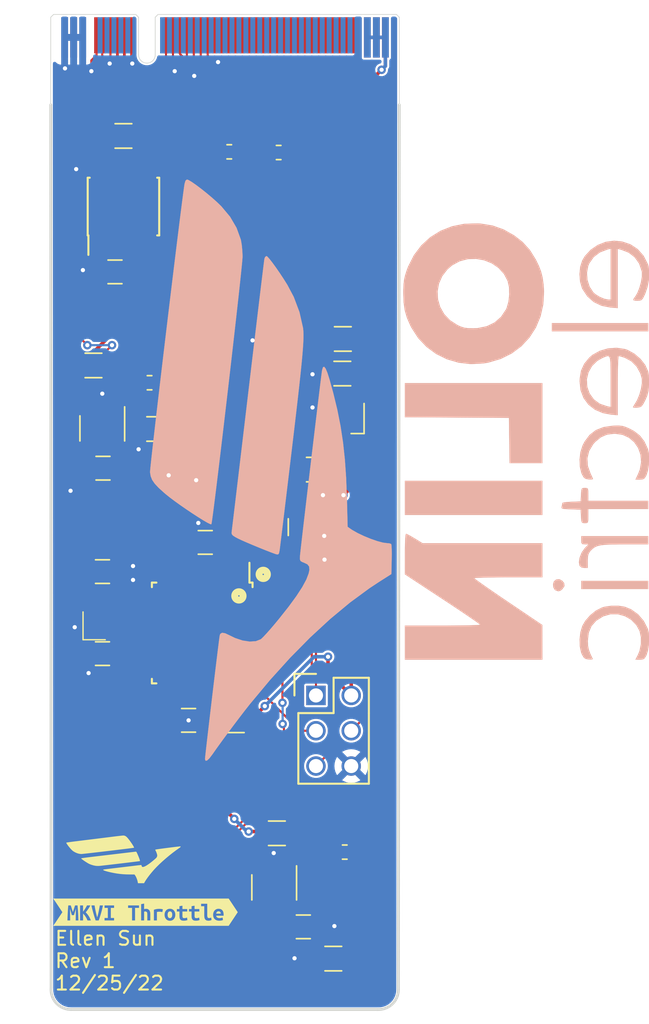
<source format=kicad_pcb>
(kicad_pcb (version 20211014) (generator pcbnew)
  (layers (0 "F.Cu" signal) (31 "B.Cu" signal) (34 "B.Paste" user) (35 "F.Paste" user) (36 "B.SilkS" user "B.Silkscreen") (37 "F.SilkS" user "F.Silkscreen") (38 "B.Mask" user) (39 "F.Mask" user) (44 "Edge.Cuts" user))
  (net 0 "")
  (net 1 "GND")
  (net 2 "+5V")
  (net 3 "Net-(C4-Pad1)")
  (net 4 "Net-(C5-Pad1)")
  (net 5 "Net-(C6-Pad1)")
  (net 6 "Net-(D1-Pad2)")
  (net 7 "/INPUT_THROTTLE_1")
  (net 8 "/INPUT_THROTTLE_2")
  (net 9 "/THROTTLE_1+")
  (net 10 "/THROTTLE_2+")
  (net 11 "/CAN_+")
  (net 12 "/CAN_-")
  (net 13 "/SS_INERTIA_SWITCH")
  (net 68 "/Microcontroller/MISO")
  (net 69 "/Microcontroller/SCK")
  (net 70 "/Microcontroller/MOSI")
  (net 71 "/Microcontroller/RESET")
  (net 72 "/ Shutdown Sense Inertial Switch/SS_INERTIA_OUTPUT")
  (net 73 "/Microcontroller/OUTPUT_THROTTLE_1")
  (net 74 "Net-(R2-Pad2)")
  (net 75 "/Microcontroller/OUTPUT_THROTTLE_2")
  (net 76 "Net-(R5-Pad2)")
  (net 78 "/Microcontroller/CAN_TX")
  (net 79 "/Microcontroller/CAN_RX")
  (footprint "footprints:R_0805_OEM" (layer "F.Cu") (at 121.051 92.369)
    (fp_text reference "R4")
    (fp_text value "R_1M" hide)
  )
  (footprint "footprints:SOT-23-5_OEM" (layer "F.Cu") (at 121.686 96.898 -90)
    (fp_text reference "U2")
    (fp_text value "MCP6001" hide)
  )
  (footprint "footprints:C_0805_OEM" (layer "F.Cu") (at 129.1 105.1 180)
    (fp_text reference "C3")
    (fp_text value "0.1uF" hide)
  )
  (footprint "footprints:C_0805_OEM" (layer "F.Cu") (at 121.7 113.1 180)
    (fp_text reference "C5")
    (fp_text value "C_30pF" hide)
  )
  (footprint "footprints:R_0805_OEM" (layer "F.Cu") (at 134.2 104 -90)
    (fp_text reference "R13")
    (fp_text value "R_10K" hide)
  )
  (footprint "footprints:R_0805_OEM" (layer "F.Cu") (at 138.323 135.041 180)
    (fp_text reference "R3")
    (fp_text value "R_2.2K" hide)
  )
  (footprint "footprints:R_0805_OEM" (layer "F.Cu") (at 139.0088 90.464)
    (fp_text reference "R7")
    (fp_text value "R_1K" hide)
  )
  (footprint "footprints:C_0805_OEM" (layer "F.Cu") (at 121.7 107.2)
    (fp_text reference "C6")
    (fp_text value "C_30pF" hide)
  )
  (footprint "footprints:R_0603_1608Metric" (layer "F.Cu") (at 134.386 77.0528 180)
    (fp_text reference "R11")
    (fp_text value "R_0")
  )
  (footprint "footprints:R_0805_OEM" (layer "F.Cu") (at 123.21 75.859)
    (fp_text reference "R14")
    (fp_text value "R_120_DNP" hide)
  )
  (footprint "footprints:R_0805_OEM" (layer "F.Cu") (at 138.9732 92.9532 180)
    (fp_text reference "R8")
    (fp_text value "R_100K" hide)
  )
  (footprint "footprints:R_0603_1608Metric" (layer "F.Cu") (at 130.83 77.002 180)
    (fp_text reference "R10")
    (fp_text value "R_0")
  )
  (footprint "OEM:oem_logo_10mm" (layer "F.Cu") (at 123.3 127.9)
    (fp_text reference "G***" hide)
    (fp_text value "LOGO" hide)
  )
  (footprint "footprints:SOT-23-5_OEM" (layer "F.Cu") (at 134.066 129.918 -90)
    (fp_text reference "U1")
    (fp_text value "MCP6001" hide)
  )
  (footprint "footprints:SOT-23F" (layer "F.Cu") (at 138.958 96.5092 -90)
    (fp_text reference "Q1")
    (fp_text value "SSM3K333R" hide)
  )
  (footprint "footprints:SOIC-8_3.9x4.9mm_Pitch1.27mm_OEM" (layer "F.Cu") (at 123.21 80.939 90)
    (fp_text reference "U4")
    (fp_text value "MAX33011EASA" hide)
  )
  (footprint "footprints:R_0603_1608Metric" (layer "F.Cu") (at 125.0896 93.6136)
    (fp_text reference "R5")
    (fp_text value "R_0")
  )
  (footprint "footprints:R_0805_OEM" (layer "F.Cu") (at 134.259 126.024)
    (fp_text reference "R1")
    (fp_text value "R_1M" hide)
  )
  (footprint "footprints:C_0805_OEM" (layer "F.Cu") (at 127.9 117.9)
    (fp_text reference "C4")
    (fp_text value "C_100pF" hide)
  )
  (footprint "footprints:R_0805_OEM" (layer "F.Cu") (at 125.496 96.941 180)
    (fp_text reference "R6")
    (fp_text value "R_2.2K" hide)
  )
  (footprint "footprints:C_0805_OEM" (layer "F.Cu") (at 122.6004 85.638 180)
    (fp_text reference "C7")
    (fp_text value "0.1uF" hide)
  )
  (footprint "footprints:Pin_Header_Straight_2x03" (layer "F.Cu") (at 137.0734 116.108)
    (fp_text reference "J2")
    (fp_text value "CONN_02x03" hide)
  )
  (footprint "footprints:Crystal_SMD_FA238" (layer "F.Cu") (at 121.9 110.1 90)
    (fp_text reference "Y1")
    (fp_text value "Crystal_16MHz_18pF" hide)
  )
  (footprint "footprints:R_0603_1608Metric" (layer "F.Cu") (at 139.146 127.378)
    (fp_text reference "R2")
    (fp_text value "R_0")
  )
  (footprint "footprints:LED_0805_OEM" (layer "F.Cu") (at 134.9624 90.5656)
    (fp_text reference "D1")
    (fp_text value "LED_0805" hide)
  )
  (footprint "footprints:C_0805_OEM" (layer "F.Cu") (at 136.164 132.755)
    (fp_text reference "C1")
    (fp_text value "0.1uF" hide)
  )
  (footprint "footprints:TQFP-32_7x7mm_Pitch0.8mm" (layer "F.Cu") (at 128.8824 111.6156 -90)
    (fp_text reference "U3")
    (fp_text value "ATMEGA16M1" hide)
  )
  (footprint "footprints:Automotive_M.2_Edge_Connector" (layer "F.Cu") (at 130.524 67.12)
    (fp_text reference "J1")
    (fp_text value "Automotive_M.2_Edge_Connector" hide)
    (fp_line (start 12.55 0.2) (end 12.55 6.5) (layer "Edge.Cuts") (width 0.05))
    (fp_line (start -6.225 0.2) (end -6.425 0) (layer "Edge.Cuts") (width 0.05))
    (fp_line (start -12.35 0) (end -6.425 0) (layer "Edge.Cuts") (width 0.05))
    (fp_line (start -12.55 0.2) (end -12.35 0) (layer "Edge.Cuts") (width 0.05))
    (fp_line (start -4.825 0) (end 12.35 0) (layer "Edge.Cuts") (width 0.05))
    (fp_line (start -5.025 0.2) (end -4.825 0) (layer "Edge.Cuts") (width 0.05))
    (fp_line (start -5.025 2.9) (end -5.025 0.2) (layer "Edge.Cuts") (width 0.05))
    (fp_line (start -12.55 0.2) (end -12.55 6.5) (layer "Edge.Cuts") (width 0.05))
    (fp_line (start 12.55 0.2) (end 12.35 0) (layer "Edge.Cuts") (width 0.05))
    (fp_line (start -6.225 2.9) (end -6.225 0.2) (layer "Edge.Cuts") (width 0.05))
    (fp_arc (start -5.025 2.9) (mid -5.625 3.5) (end -6.225 2.9) (layer "Edge.Cuts") (width 0.05))
  )
  (footprint "kibuzzard-63A88E8E" (layer "F.Cu") (at 124.8 131.7)
    (fp_text reference "kibuzzard-63A88E8E" hide)
    (fp_text value "G***" hide)
  )
  (footprint "footprints:R_0805_OEM" (layer "F.Cu") (at 131.3 117.9 180)
    (fp_text reference "R12")
    (fp_text value "R_100" hide)
  )
  (footprint "footprints:R_0805_OEM" (layer "F.Cu") (at 136.992 99.862)
    (fp_text reference "R9")
    (fp_text value "R_10K" hide)
  )
  (footprint "footprints:C_0805_OEM" (layer "F.Cu") (at 121.7368 99.7604 180)
    (fp_text reference "C2")
    (fp_text value "0.1uF" hide)
  )
  (footprint "footprints:OE_Logo_ft" (layer "B.Cu") (at 141.783537 96.519393 -90)
    (fp_text reference "G***" hide)
    (fp_text value "LOGO" hide)
  )
  (gr_arc (start 119.45 138.7) (mid 118.381625 138.246221) (end 118 137.15) (layer "Edge.Cuts") (width 0.2))
  (gr_arc (start 143.009743 137.25) (mid 142.570409 138.303538) (end 141.5 138.7) (layer "Edge.Cuts") (width 0.2))
  (gr_line (start 119.45 138.7) (end 141.5 138.7) (layer "Edge.Cuts") (width 0.2))
  (gr_line (start 143.074 73.62) (end 143.009743 137.25) (layer "Edge.Cuts") (width 0.2))
  (gr_line (start 117.974 73.62) (end 118 137.15) (layer "Edge.Cuts") (width 0.2))
  (gr_text "Ellen Sun\nRev 1\n12/25/22" (at 118.2 135.2) (layer "F.SilkS") (effects (font (size 1 1)) (justify left)))
  (segment (start 128.1 105.1) (end 128.1 104.2) (width 0.1524) (layer "F.Cu") (net 1))
  (segment (start 126.774 68.62) (end 126.774 71.074) (width 0.1524) (layer "F.Cu") (net 1))
  (segment (start 136.892 95.4592) (end 136.8244 95.3916) (width 0.1524) (layer "F.Cu") (net 1))
  (segment (start 137.164 132.755) (end 138.345 132.755) (width 0.1524) (layer "F.Cu") (net 1))
  (segment (start 122.7 107.2) (end 123.5 107.2) (width 0.1524) (layer "F.Cu") (net 1))
  (segment (start 128.274 68.62) (end 128.274 71.525) (width 0.1524) (layer "F.Cu") (net 1))
  (segment (start 122.274 68.62) (end 122.274 70.5953) (width 0.1524) (layer "F.Cu") (net 1))
  (segment (start 120.9 71.2) (end 120.9 70.422) (width 0.1524) (layer "F.Cu") (net 1))
  (segment (start 120.274 68.77) (end 118.974 68.77) (width 0.254) (layer "F.Cu") (net 1))
  (segment (start 129.274 70.0724) (end 129.752 70.5504) (width 0.1524) (layer "F.Cu") (net 1))
  (segment (start 124.546 96.941) (end 124.546 98.154) (width 0.1524) (layer "F.Cu") (net 1))
  (segment (start 123.774 68.62) (end 123.774 70.581) (width 0.1524) (layer "F.Cu") (net 1))
  (segment (start 122.274 70.5953) (end 122.2173 70.652) (width 0.1524) (layer "F.Cu") (net 1))
  (segment (start 135.529 135.0156) (end 137.3476 135.0156) (width 0.1524) (layer "F.Cu") (net 1))
  (segment (start 126.774 71.074) (end 126.9 71.2) (width 0.1524) (layer "F.Cu") (net 1))
  (segment (start 130.0172 70.5504) (end 130.021518 70.546082) (width 0.1524) (layer "F.Cu") (net 1))
  (segment (start 129.274 68.62) (end 129.274 70.0724) (width 0.1524) (layer "F.Cu") (net 1))
  (segment (start 128.4824 115.8656) (end 128.4824 117.4824) (width 0.1524) (layer "F.Cu") (net 1))
  (segment (start 123.5 107.2) (end 123.9 106.8) (width 0.1524) (layer "F.Cu") (net 1))
  (segment (start 118.974 70.974) (end 119 71) (width 0.254) (layer "F.Cu") (net 1))
  (segment (start 122.7 109) (end 123.9 107.8) (width 0.1524) (layer "F.Cu") (net 1))
  (segment (start 121.6004 85.638) (end 121.4734 85.511) (width 0.1524) (layer "F.Cu") (net 1))
  (segment (start 120.9 70.422) (end 121.274001 70.047999) (width 0.1524) (layer "F.Cu") (net 1))
  (segment (start 127.9 117.9) (end 128.9 117.9) (width 0.1524) (layer "F.Cu") (net 1))
  (segment (start 128.1 104.2) (end 128.6 103.7) (width 0.1524) (layer "F.Cu") (net 1))
  (segment (start 121.4734 85.511) (end 120.289 85.511) (width 0.1524) (layer "F.Cu") (net 1))
  (segment (start 121.274001 70.047999) (end 121.274001 68.62) (width 0.1524) (layer "F.Cu") (net 1))
  (segment (start 123.774 70.581) (end 123.845 70.652) (width 0.1524) (layer "F.Cu") (net 1))
  (segment (start 128.4824 107.3656) (end 128.4824 105.4824) (width 0.1524) (layer "F.Cu") (net 1))
  (segment (start 128.4824 117.4824) (end 128.9 117.9) (width 0.1524) (layer "F.Cu") (net 1))
  (segment (start 121.305 78.239) (end 119.814 78.239) (width 0.1524) (layer "F.Cu") (net 1))
  (segment (start 128.274 71.525) (end 128.29 71.541) (width 0.1524) (layer "F.Cu") (net 1))
  (segment (start 128.4824 105.4824) (end 128.1 105.1) (width 0.1524) (layer "F.Cu") (net 1))
  (segment (start 128.29 71.541) (end 128.3069 71.541) (width 0.1524) (layer "F.Cu") (net 1))
  (segment (start 122.575 84.6634) (end 121.6004 85.638) (width 0.1524) (layer "F.Cu") (net 1))
  (segment (start 120.7 113.1) (end 120.7 114.5) (width 0.1524) (layer "F.Cu") (net 1))
  (segment (start 121.1 111.2) (end 119.7 111.2) (width 0.1524) (layer "F.Cu") (net 1))
  (segment (start 121.686 95.798) (end 121.686 94.401) (width 0.1524) (layer "F.Cu") (net 1))
  (segment (start 133.8624 90.5656) (end 132.5064 90.5656) (width 0.1524) (layer "F.Cu") (net 1))
  (segment (start 134.066 127.482) (end 134.0304 127.4464) (width 0.1524) (layer "F.Cu") (net 1))
  (segment (start 138.345 132.755) (end 138.4 132.7) (width 0.1524) (layer "F.Cu") (net 1))
  (segment (start 120.7368 99.7604) (end 120.7368 100.0492) (width 0.1524) (layer "F.Cu") (net 1))
  (segment (start 136.8752 92.9532) (end 136.8244 93.004) (width 0.1524) (layer "F.Cu") (net 1))
  (segment (start 129.752 70.5504) (end 130.0172 70.5504) (width 0.1524) (layer "F.Cu") (net 1))
  (segment (start 124.546 98.154) (end 124.3 98.4) (width 0.1524) (layer "F.Cu") (net 1))
  (segment (start 120.7368 100.0492) (end 119.4 101.386) (width 0.1524) (layer "F.Cu") (net 1))
  (segment (start 119.814 78.239) (end 119.8064 78.2466) (width 0.1524) (layer "F.Cu") (net 1))
  (segment (start 138.008 95.4592) (end 136.892 95.4592) (width 0.1524) (layer "F.Cu") (net 1))
  (segment (start 138.0232 92.9532) (end 136.8752 92.9532) (width 0.1524) (layer "F.Cu") (net 1))
  (segment (start 134.066 128.818) (end 134.066 127.482) (width 0.1524) (layer "F.Cu") (net 1))
  (segment (start 118.974 68.77) (end 118.974 70.974) (width 0.254) (layer "F.Cu") (net 1))
  (segment (start 137.3476 135.0156) (end 137.373 135.041) (width 0.1524) (layer "F.Cu") (net 1))
  (segment (start 122.575 83.639) (end 122.575 84.6634) (width 0.1524) (layer "F.Cu") (net 1))
  (via (at 120.7 114.5) (size 0.6096) (drill 0.3048) (layers "F.Cu" "B.Cu") (net 1))
  (via (at 128.6 103.7) (size 0.6096) (drill 0.3048) (layers "F.Cu" "B.Cu") (net 1))
  (via (at 130.021518 70.546082) (size 0.6096) (drill 0.3048) (layers "F.Cu" "B.Cu") (net 1))
  (via (at 119.7 111.2) (size 0.6096) (drill 0.3048) (layers "F.Cu" "B.Cu") (net 1))
  (via (at 128.3069 71.541) (size 0.6096) (drill 0.3048) (layers "F.Cu" "B.Cu") (net 1))
  (via (at 119.4 101.386) (size 0.6096) (drill 0.3048) (layers "F.Cu" "B.Cu") (net 1))
  (via (at 127.9 117.9) (size 0.6096) (drill 0.3048) (layers "F.Cu" "B.Cu") (net 1))
  (via (at 119 71) (size 0.6096) (drill 0.3048) (layers "F.Cu" "B.Cu") (net 1))
  (via (at 124.3 98.4) (size 0.6096) (drill 0.3048) (layers "F.Cu" "B.Cu") (net 1))
  (via (at 136.8244 93.004) (size 0.6096) (drill 0.3048) (layers "F.Cu" "B.Cu") (net 1))
  (via (at 135.529 135.0156) (size 0.6096) (drill 0.3048) (layers "F.Cu" "B.Cu") (net 1))
  (via (at 126.9 71.2) (size 0.6096) (drill 0.3048) (layers "F.Cu" "B.Cu") (net 1))
  (via (at 120.9 71.2) (size 0.6096) (drill 0.3048) (layers "F.Cu" "B.Cu") (net 1))
  (via (at 119.8064 78.2466) (size 0.6096) (drill 0.3048) (layers "F.Cu" "B.Cu") (net 1))
  (via (at 138.4 132.7) (size 0.6096) (drill 0.3048) (layers "F.Cu" "B.Cu") (net 1))
  (via (at 136.8244 95.3916) (size 0.6096) (drill 0.3048) (layers "F.Cu" "B.Cu") (net 1))
  (via (at 123.845 70.652) (size 0.6096) (drill 0.3048) (layers "F.Cu" "B.Cu") (net 1))
  (via (at 121.686 94.401) (size 0.6096) (drill 0.3048) (layers "F.Cu" "B.Cu") (net 1))
  (via (at 122.2173 70.652) (size 0.6096) (drill 0.3048) (layers "F.Cu" "B.Cu") (net 1))
  (via (at 134.0304 127.4464) (size 0.6096) (drill 0.3048) (layers "F.Cu" "B.Cu") (net 1))
  (via (at 120.289 85.511) (size 0.6096) (drill 0.3048) (layers "F.Cu" "B.Cu") (net 1))
  (via (at 123.9 106.8) (size 0.6096) (drill 0.3048) (layers "F.Cu" "B.Cu") (net 1))
  (via (at 132.5064 90.5656) (size 0.6096) (drill 0.3048) (layers "F.Cu" "B.Cu") (net 1))
  (via (at 123.9 107.8) (size 0.6096) (drill 0.3048) (layers "F.Cu" "B.Cu") (net 1))
  (segment (start 118.974 68.77) (end 118.974 70.974) (width 0.254) (layer "B.Cu") (net 1))
  (segment (start 118.974 70.974) (end 119 71) (width 0.254) (layer "B.Cu") (net 1))
  (segment (start 118.974 68.77) (end 120.274 68.77) (width 0.254) (layer "B.Cu") (net 1))
  (segment (start 135.148 78.653) (end 135.1735 78.6275) (width 0.254) (layer "F.Cu") (net 2))
  (segment (start 137.667944 104.632056) (end 136.085888 103.05) (width 0.254) (layer "F.Cu") (net 2))
  (segment (start 131.6175 77.002) (end 133.2685 78.653) (width 0.254) (layer "F.Cu") (net 2))
  (segment (start 133.834 132.2) (end 135.016 131.018) (width 0.254) (layer "F.Cu") (net 2))
  (segment (start 135.1735 77.0528) (end 135.8472 77.0528) (width 0.254) (layer "F.Cu") (net 2))
  (segment (start 132.7 132.2) (end 133.834 132.2) (width 0.254) (layer "F.Cu") (net 2))
  (segment (start 134.2 101.9428) (end 134.2 103.05) (width 0.254) (layer "F.Cu") (net 2))
  (segment (start 137.5767 101.7) (end 136.042 100.1653) (width 0.254) (layer "F.Cu") (net 2))
  (segment (start 130.1 104.5) (end 130.1 105.1) (width 0.254) (layer "F.Cu") (net 2))
  (segment (start 123.845 85.3934) (end 123.6004 85.638) (width 0.254) (layer "F.Cu") (net 2))
  (segment (start 136.042 100.1653) (end 136.042 99.862) (width 0.254) (layer "F.Cu") (net 2))
  (segment (start 125.955514 99.7604) (end 122.7368 99.7604) (width 0.254) (layer "F.Cu") (net 2))
  (segment (start 141.244 86.6285) (end 131.6175 77.002) (width 0.254) (layer "F.Cu") (net 2))
  (segment (start 139.6134 108.2644) (end 137.688 106.339) (width 0.254) (layer "F.Cu") (net 2))
  (segment (start 120.101 92.369) (end 120.101 96.5768) (width 0.254) (layer "F.Cu") (net 2))
  (segment (start 131.846 131.346) (end 132.7 132.2) (width 0.254) (layer "F.Cu") (net 2))
  (segment (start 135.164 131.166) (end 135.016 131.018) (width 0.254) (layer "F.Cu") (net 2))
  (segment (start 120.101 96.5768) (end 120.5922 97.068) (width 0.254) (layer "F.Cu") (net 2))
  (segment (start 132.497 102.103) (end 133.444 103.05) (width 0.254) (layer "F.Cu") (net 2))
  (segment (start 129.2824 105.9176) (end 129.2824 107.3656) (width 0.254) (layer "F.Cu") (net 2))
  (segment (start 142.074 68.77) (end 140.774 68.77) (width 0.254) (layer "F.Cu") (net 2))
  (segment (start 123.702 88.768) (end 120.101 92.369) (width 0.254) (layer "F.Cu") (net 2))
  (segment (start 131.018 100.624) (end 132.497 102.103) (width 0.254) (layer "F.Cu") (net 2))
  (segment (start 132.25 118.8) (end 132.25 117.9) (width 0.254) (layer "F.Cu") (net 2))
  (segment (start 130.1 105.1) (end 129.2824 105.9176) (width 0.254) (layer "F.Cu") (net 2))
  (segment (start 136.042 99.862) (end 136.042 100.1008) (width 0.254) (layer "F.Cu") (net 2))
  (segment (start 136.042 100.1008) (end 134.2 101.9428) (width 0.254) (layer "F.Cu") (net 2))
  (segment (start 137.942 114.4366) (end 137.942 113.324) (width 0.254) (layer "F.Cu") (net 2))
  (segment (start 132.227 125.897) (end 133.182 125.897) (width 0.254) (layer "F.Cu") (net 2))
  (segment (start 135.1735 78.6275) (end 135.1735 77.0528) (width 0.254) (layer "F.Cu") (net 2))
  (segment (start 123.6004 85.638) (end 123.702 85.7396) (width 0.254) (layer "F.Cu") (net 2))
  (segment (start 122.636 97.998) (end 122.636 99.171106) (width 0.254) (layer "F.Cu") (net 2))
  (segment (start 139.6134 116.108) (end 137.942 114.4366) (width 0.254) (layer "F.Cu") (net 2))
  (segment (start 133.309 126.024) (end 131.846 127.487) (width 0.254) (layer "F.Cu") (net 2))
  (segment (start 133.38784 116.874676) (end 132.362516 117.9) (width 0.254) (layer "F.Cu") (net 2))
  (segment (start 132.362516 117.9) (end 132.25 117.9) (width 0.254) (layer "F.Cu") (net 2))
  (segment (start 123.702 85.7396) (end 123.702 88.768) (width 0.254) (layer "F.Cu") (net 2))
  (segment (start 122.636 99.171106) (end 122.442553 99.364553) (width 0.254) (layer "F.Cu") (net 2))
  (segment (start 142.074 70.826) (end 142.074 68.77) (width 0.254) (layer "F.Cu") (net 2))
  (segment (start 133.182 125.897) (end 133.309 126.024) (width 0.254) (layer "F.Cu") (net 2))
  (segment (start 123.845 83.639) (end 123.845 85.3934) (width 0.254) (layer "F.Cu") (net 2))
  (segment (start 135.164 132.755) (end 135.164 131.166) (width 0.254) (layer "F.Cu") (net 2))
  (segment (start 121.706 97.068) (end 122.636 97.998) (width 0.254) (layer "F.Cu") (net 2))
  (segment (start 141.244 99.5095) (end 141.244 86.6285) (width 0.254) (layer "F.Cu") (net 2))
  (segment (start 131.190156 124.987156) (end 129.8 123.597) (width 0.254) (layer "F.Cu") (net 2))
  (segment (start 135.8472 77.0528) (end 141.8 71.1) (width 0.254) (layer "F.Cu") (net 2))
  (segment (start 129.8 121.25) (end 132.25 118.8) (width 0.254) (layer "F.Cu") (net 2))
  (segment (start 129.8 123.597) (end 129.8 121.25) (width 0.254) (layer "F.Cu") (net 2))
  (segment (start 126.4671 100.271986) (end 125.955514 99.7604) (width 0.254) (layer "F.Cu") (net 2))
  (segment (start 133.2685 78.653) (end 135.148 78.653) (width 0.254) (layer "F.Cu") (net 2))
  (segment (start 141.8 71.1) (end 142.074 70.826) (width 0.254) (layer "F.Cu") (net 2))
  (segment (start 133.444 103.05) (end 134.2 103.05) (width 0.254) (layer "F.Cu") (net 2))
  (segment (start 131.846 127.487) (end 131.846 131.346) (width 0.254) (layer "F.Cu") (net 2))
  (segment (start 132.497 102.103) (end 130.1 104.5) (width 0.254) (layer "F.Cu") (net 2))
  (segment (start 136.085888 103.05) (end 134.2 103.05) (width 0.254) (layer "F.Cu") (net 2))
  (segment (start 128.4473 100.624) (end 131.018 100.624) (width 0.254) (layer "F.Cu") (net 2))
  (segment (start 139.0535 101.7) (end 141.244 99.5095) (width 0.254) (layer "F.Cu") (net 2))
  (segment (start 120.5922 97.068) (end 121.706 97.068) (width 0.254) (layer "F.Cu") (net 2))
  (segment (start 139.6134 116.108) (end 139.6134 108.2644) (width 0.254) (layer "F.Cu") (net 2))
  (via (at 132.227 125.897) (size 0.6096) (drill 0.3048) (layers "F.Cu" "B.Cu") (net 2))
  (via (at 137.5767 101.7) (size 0.6096) (drill 0.3048) (layers "F.Cu" "B.Cu") (net 2))
  (via (at 137.942 113.324) (size 0.6096) (drill 0.3048) (layers "F.Cu" "B.Cu") (net 2))
  (via (at 139.0535 101.7) (size 0.6096) (drill 0.3048) (layers "F.Cu" "B.Cu") (net 2))
  (via (at 141.8 71.1) (size 0.6096) (drill 0.3048) (layers "F.Cu" "B.Cu") (net 2))
  (via (at 128.4473 100.624) (size 0.6096) (drill 0.3048) (layers "F.Cu" "B.Cu") (net 2))
  (via (at 133.38784 116.874676) (size 0.6096) (drill 0.3048) (layers "F.Cu" "B.Cu") (net 2))
  (via (at 137.688 106.339) (size 0.6096) (drill 0.3048) (layers "F.Cu" "B.Cu") (net 2))
  (via (at 126.4671 100.271986) (size 0.6096) (drill 0.3048) (layers "F.Cu" "B.Cu") (net 2))
  (via (at 131.190156 124.987156) (size 0.6096) (drill 0.3048) (layers "F.Cu" "B.Cu") (net 2))
  (via (at 137.667944 104.632056) (size 0.6096) (drill 0.3048) (layers "F.Cu" "B.Cu") (net 2))
  (segment (start 142.074 68.77) (end 142.074 70.826) (width 0.254) (layer "B.Cu") (net 2))
  (segment (start 126.819114 100.624) (end 126.4671 100.271986) (width 0.254) (layer "B.Cu") (net 2))
  (segment (start 133.38784 116.874676) (end 136.938516 113.324) (width 0.254) (layer "B.Cu") (net 2))
  (segment (start 137.667944 106.318944) (end 137.688 106.339) (width 0.254) (layer "B.Cu") (net 2))
  (segment (start 140.774 68.77) (end 142.074 68.77) (width 0.254) (layer "B.Cu") (net 2))
  (segment (start 137.667944 104.632056) (end 137.667944 106.318944) (width 0.254) (layer "B.Cu") (net 2))
  (segment (start 132.1 125.897) (end 132.227 125.897) (width 0.254) (layer "B.Cu") (net 2))
  (segment (start 136.938516 113.324) (end 137.942 113.324) (width 0.254) (layer "B.Cu") (net 2))
  (segment (start 137.5767 101.7) (end 139.0535 101.7) (width 0.254) (layer "B.Cu") (net 2))
  (segment (start 142.074 70.826) (end 141.8 71.1) (width 0.254) (layer "B.Cu") (net 2))
  (segment (start 131.190156 124.987156) (end 132.1 125.897) (width 0.254) (layer "B.Cu") (net 2))
  (segment (start 128.4473 100.624) (end 126.819114 100.624) (width 0.254) (layer "B.Cu") (net 2))
  (segment (start 126.9 117.9) (end 126.9 118.779) (width 0.254) (layer "F.Cu") (net 3))
  (segment (start 127.221 119.1) (end 130 119.1) (width 0.254) (layer "F.Cu") (net 3))
  (segment (start 127.6824 115.8656) (end 127.6824 117.1176) (width 0.254) (layer "F.Cu") (net 3))
  (segment (start 126.9 118.779) (end 127.221 119.1) (width 0.254) (layer "F.Cu") (net 3))
  (segment (start 130.35 118.75) (end 130.35 117.9) (width 0.254) (layer "F.Cu") (net 3))
  (segment (start 130 119.1) (end 130.35 118.75) (width 0.254) (layer "F.Cu") (net 3))
  (segment (start 127.6824 117.1176) (end 126.9 117.9) (width 0.254) (layer "F.Cu") (net 3))
  (segment (start 123.4844 110.4156) (end 122.7 111.2) (width 0.1524) (layer "F.Cu") (net 4))
  (segment (start 124.6324 110.4156) (end 123.4844 110.4156) (width 0.1524) (layer "F.Cu") (net 4))
  (segment (start 122.7 111.2) (end 122.7 113.1) (width 0.1524) (layer "F.Cu") (net 4))
  (segment (start 120.7 107.2) (end 120.7 108.6) (width 0.1524) (layer "F.Cu") (net 5))
  (segment (start 121.1 109) (end 121.1 109.1) (width 0.254) (layer "F.Cu") (net 5))
  (segment (start 121.1 109.1) (end 122 110) (width 0.1524) (layer "F.Cu") (net 5))
  (segment (start 123.9002 109.6156) (end 124.6324 109.6156) (width 0.1524) (layer "F.Cu") (net 5))
  (segment (start 120.7 108.6) (end 121.1 109) (width 0.1524) (layer "F.Cu") (net 5))
  (segment (start 123.5158 110) (end 123.9002 109.6156) (width 0.1524) (layer "F.Cu") (net 5))
  (segment (start 122 110) (end 123.5158 110) (width 0.1524) (layer "F.Cu") (net 5))
  (segment (start 137.5356 90.464) (end 137.434 90.5656) (width 0.1524) (layer "F.Cu") (net 6))
  (segment (start 138.0588 90.464) (end 137.5356 90.464) (width 0.1524) (layer "F.Cu") (net 6))
  (segment (start 137.434 90.5656) (end 136.0624 90.5656) (width 0.1524) (layer "F.Cu") (net 6))
  (segment (start 139.5866 98.460452) (end 138.5206 99.526452) (width 0.1524) (layer "F.Cu") (net 7))
  (segment (start 142.4378 135.1622) (end 140.146 137.454) (width 0.1524) (layer "F.Cu") (net 7))
  (segment (start 139.139 96.433) (end 139.5866 96.8806) (width 0.1524) (layer "F.Cu") (net 7))
  (segment (start 138.5206 103.1206) (end 142.4378 107.0378) (width 0.1524) (layer "F.Cu") (net 7))
  (segment (start 133.116 127.548) (end 133.116 128.818) (width 0.1524) (layer "F.Cu") (net 7))
  (segment (start 139.5866 96.8806) (end 139.5866 98.460452) (width 0.1524) (layer "F.Cu") (net 7))
  (segment (start 130.957 135.257) (end 130.957 126.405) (width 0.1524) (layer "F.Cu") (net 7))
  (segment (start 138.5206 99.526452) (end 138.5206 103.1206) (width 0.1524) (layer "F.Cu") (net 7))
  (segment (start 135.209 126.024) (end 134.64 126.024) (width 0.1524) (layer "F.Cu") (net 7))
  (segment (start 134.64 126.024) (end 133.116 127.548) (width 0.1524) (layer "F.Cu") (net 7))
  (segment (start 126.274 68.62) (end 126.274 78.542) (width 0.1524) (layer "F.Cu") (net 7))
  (segment (start 142.4378 107.0378) (end 142.4378 135.1622) (width 0.1524) (layer "F.Cu") (net 7))
  (segment (start 132.735 124.627) (end 133.812 124.627) (width 0.1524) (layer "F.Cu") (net 7))
  (segment (start 133.37 96.433) (end 139.139 96.433) (width 0.1524) (layer "F.Cu") (net 7))
  (segment (start 133.812 124.627) (end 135.209 126.024) (width 0.1524) (layer "F.Cu") (net 7))
  (segment (start 126.274 78.542) (end 130.449 82.717) (width 0.1524) (layer "F.Cu") (net 7))
  (segment (start 130.957 126.405) (end 132.735 124.627) (width 0.1524) (layer "F.Cu") (net 7))
  (segment (start 130.449 82.717) (end 130.449 93.512) (width 0.1524) (layer "F.Cu") (net 7))
  (segment (start 133.154 137.454) (end 130.957 135.257) (width 0.1524) (layer "F.Cu") (net 7))
  (segment (start 130.449 93.512) (end 133.37 96.433) (width 0.1524) (layer "F.Cu") (net 7))
  (segment (start 140.146 137.454) (end 133.154 137.454) (width 0.1524) (layer "F.Cu") (net 7))
  (segment (start 122.001 91.294478) (end 122.001 92.369) (width 0.1524) (layer "F.Cu") (net 8))
  (segment (start 118.892 74.208) (end 121.6839 71.4161) (width 0.1524) (layer "F.Cu") (net 8))
  (segment (start 122.385739 90.909739) (end 122.001 91.294478) (width 0.1524) (layer "F.Cu") (net 8))
  (segment (start 120.609739 90.909739) (end 118.892 89.192) (width 0.1524) (layer "F.Cu") (net 8))
  (segment (start 121.6839 68.7101) (end 121.774 68.62) (width 0.1524) (layer "F.Cu") (net 8))
  (segment (start 120.736 93.634) (end 120.736 95.798) (width 0.1524) (layer "F.Cu") (net 8))
  (segment (start 118.892 89.192) (end 118.892 74.208) (width 0.1524) (layer "F.Cu") (net 8))
  (segment (start 121.6839 71.4161) (end 121.6839 68.7101) (width 0.1524) (layer "F.Cu") (net 8))
  (segment (start 122.001 92.369) (end 120.736 93.634) (width 0.1524) (layer "F.Cu") (net 8))
  (via (at 120.609739 90.909739) (size 0.6096) (drill 0.3048) (layers "F.Cu" "B.Cu") (net 8))
  (via (at 122.385739 90.909739) (size 0.6096) (drill 0.3048) (layers "F.Cu" "B.Cu") (net 8))
  (segment (start 120.609739 90.909739) (end 122.385739 90.909739) (width 0.1524) (layer "B.Cu") (net 8))
  (segment (start 127.774 74.7335) (end 130.0425 77.002) (width 0.1524) (layer "F.Cu") (net 9))
  (segment (start 127.774 68.62) (end 127.774 74.7335) (width 0.1524) (layer "F.Cu") (net 9))
  (segment (start 128.774 71.136) (end 128.774 68.62) (width 0.1524) (layer "F.Cu") (net 10))
  (segment (start 133.5985 75.9605) (end 128.774 71.136) (width 0.1524) (layer "F.Cu") (net 10))
  (segment (start 133.5985 77.0528) (end 133.5985 75.9605) (width 0.1524) (layer "F.Cu") (net 10))
  (segment (start 122.774 68.62) (end 122.774 75.345) (width 0.2) (layer "F.Cu") (net 11))
  (segment (start 122.774 75.345) (end 122.26 75.859) (width 0.2) (layer "F.Cu") (net 11))
  (segment (start 122.575 78.239) (end 122.575 76.174) (width 0.2) (layer "F.Cu") (net 11))
  (segment (start 122.575 76.174) (end 122.26 75.859) (width 0.2) (layer "F.Cu") (net 11))
  (segment (start 124.16 75.859) (end 124.16 77.924) (width 0.2) (layer "F.Cu") (net 12))
  (segment (start 123.274 74.973) (end 124.16 75.859) (width 0.2) (layer "F.Cu") (net 12))
  (segment (start 124.16 77.924) (end 123.845 78.239) (width 0.2) (layer "F.Cu") (net 12))
  (segment (start 123.274 68.62) (end 123.274 74.973) (width 0.2) (layer "F.Cu") (net 12))
  (segment (start 127.274 69.9534) (end 127.4692 70.1486) (width 0.1524) (layer "F.Cu") (net 13))
  (segment (start 127.4692 70.1486) (end 127.4692 77.9744) (width 0.1524) (layer "F.Cu") (net 13))
  (segment (start 139.9232 92.9532) (end 139.9232 95.444) (width 0.1524) (layer "F.Cu") (net 13))
  (segment (start 139.9588 90.464) (end 139.9588 92.9176) (width 0.1524) (layer "F.Cu") (net 13))
  (segment (start 127.274 68.62) (end 127.274 69.9534) (width 0.1524) (layer "F.Cu") (net 13))
  (segment (start 139.9588 92.9176) (end 139.9232 92.9532) (width 0.1524) (layer "F.Cu") (net 13))
  (segment (start 127.4692 77.9744) (end 139.9588 90.464) (width 0.1524) (layer "F.Cu") (net 13))
  (segment (start 139.9232 95.444) (end 139.908 95.4592) (width 0.1524) (layer "F.Cu") (net 13))
  (segment (start 136.047 104.1958) (end 133.3042 104.1958) (width 0.1524) (layer "F.Cu") (net 68))
  (segment (start 131.6824 105.8176) (end 131.6824 107.3656) (width 0.1524) (layer "F.Cu") (net 68))
  (segment (start 133.3042 104.1958) (end 131.6824 105.8176) (width 0.1524) (layer "F.Cu") (net 68))
  (segment (start 137.0734 116.108) (end 137.0734 105.2222) (width 0.1524) (layer "F.Cu") (net 68))
  (segment (start 137.0734 105.2222) (end 136.047 104.1958) (width 0.1524) (layer "F.Cu") (net 68))
  (segment (start 125.5466 111.2156) (end 124.6324 111.2156) (width 0.1524) (layer "F.Cu") (net 69))
  (segment (start 128.2514 113.9204) (end 125.5466 111.2156) (width 0.1524) (layer "F.Cu") (net 69))
  (segment (start 135.9148 118.648) (end 131.1872 113.9204) (width 0.1524) (layer "F.Cu") (net 69))
  (segment (start 131.1872 113.9204) (end 128.2514 113.9204) (width 0.1524) (layer "F.Cu") (net 69))
  (segment (start 137.0734 118.648) (end 135.9148 118.648) (width 0.1524) (layer "F.Cu") (net 69))
  (segment (start 140.542 117.7194) (end 140.542 108.259748) (width 0.1524) (layer "F.Cu") (net 70))
  (segment (start 131.3776 105.691348) (end 131.3776 106.1382) (width 0.1524) (layer "F.Cu") (net 70))
  (segment (start 136.173252 103.891) (end 133.177948 103.891) (width 0.1524) (layer "F.Cu") (net 70))
  (segment (start 140.542 108.259748) (end 136.173252 103.891) (width 0.1524) (layer "F.Cu") (net 70))
  (segment (start 131.3776 106.1382) (end 130.8824 106.6334) (width 0.1524) (layer "F.Cu") (net 70))
  (segment (start 130.8824 106.6334) (end 130.8824 107.3656) (width 0.1524) (layer "F.Cu") (net 70))
  (segment (start 139.6134 118.648) (end 140.542 117.7194) (width 0.1524) (layer "F.Cu") (net 70))
  (segment (start 133.177948 103.891) (end 131.3776 105.691348) (width 0.1524) (layer "F.Cu") (net 70))
  (segment (start 136.1448 117.1448) (end 136.1448 115.1794) (width 0.1524) (layer "F.Cu") (net 71))
  (segment (start 134.7416 109.4632) (end 134.5892 109.6156) (width 0.1524) (layer "F.Cu") (net 71))
  (segment (start 136.1448 115.1794) (end 136.7686 114.5556) (width 0.1524) (layer "F.Cu") (net 71))
  (segment (start 134.5892 109.6156) (end 133.1324 109.6156) (width 0.1524) (layer "F.Cu") (net 71))
  (segment (start 136.7194 117.7194) (end 136.1448 117.1448) (width 0.1524) (layer "F.Cu") (net 71))
  (segment (start 136.7686 105.4686) (end 136.25 104.95) (width 0.1524) (layer "F.Cu") (net 71))
  (segment (start 136.25 104.95) (end 134.2 104.95) (width 0.1524) (layer "F.Cu") (net 71))
  (segment (start 138.002 118.263361) (end 137.458039 117.7194) (width 0.1524) (layer "F.Cu") (net 71))
  (segment (start 134.2 107.4992) (end 134.7416 108.0408) (width 0.1524) (layer "F.Cu") (net 71))
  (segment (start 137.458039 117.7194) (end 136.7194 117.7194) (width 0.1524) (layer "F.Cu") (net 71))
  (segment (start 136.7686 114.5556) (end 136.7686 105.4686) (width 0.1524) (layer "F.Cu") (net 71))
  (segment (start 134.2 104.95) (end 134.2 107.4992) (width 0.1524) (layer "F.Cu") (net 71))
  (segment (start 134.7416 108.0408) (end 134.7416 109.4632) (width 0.1524) (layer "F.Cu") (net 71))
  (segment (start 137.0734 121.188) (end 138.002 120.2594) (width 0.1524) (layer "F.Cu") (net 71))
  (segment (start 138.002 120.2594) (end 138.002 118.263361) (width 0.1524) (layer "F.Cu") (net 71))
  (segment (start 140.1 124.5) (end 142.133 122.467) (width 0.1524) (layer "F.Cu") (net 72))
  (segment (start 136.799 124.5) (end 140.1 124.5) (width 0.1524) (layer "F.Cu") (net 72))
  (segment (start 138.1096 103.2046) (end 138.1096 99.5064) (width 0.1524) (layer "F.Cu") (net 72))
  (segment (start 134.767 118.253836) (end 134.767 122.468) (width 0.1524) (layer "F.Cu") (net 72))
  (segment (start 134.660218 113.391018) (end 134.0848 112.8156) (width 0.1524) (layer "F.Cu") (net 72))
  (segment (start 134.660218 116.639782) (end 134.660218 113.391018) (width 0.1524) (layer "F.Cu") (net 72))
  (segment (start 142.133 107.228) (end 138.1096 103.2046) (width 0.1524) (layer "F.Cu") (net 72))
  (segment (start 134.767 122.468) (end 136.799 124.5) (width 0.1524) (layer "F.Cu") (net 72))
  (segment (start 138.958 98.658) (end 138.958 97.5592) (width 0.1524) (layer "F.Cu") (net 72))
  (segment (start 134.0848 112.8156) (end 133.1324 112.8156) (width 0.1524) (layer "F.Cu") (net 72))
  (segment (start 142.133 122.467) (end 142.133 107.228) (width 0.1524) (layer "F.Cu") (net 72))
  (segment (start 134.673582 118.160418) (end 134.767 118.253836) (width 0.1524) (layer "F.Cu") (net 72))
  (segment (start 138.1096 99.5064) (end 138.958 98.658) (width 0.1524) (layer "F.Cu") (net 72))
  (via (at 134.660218 116.639782) (size 0.6096) (drill 0.3048) (layers "F.Cu" "B.Cu") (net 72))
  (via (at 134.673582 118.160418) (size 0.6096) (drill 0.3048) (layers "F.Cu" "B.Cu") (net 72))
  (segment (start 134.673582 116.653146) (end 134.673582 118.160418) (width 0.1524) (layer "B.Cu") (net 72))
  (segment (start 134.660218 116.639782) (end 134.673582 116.653146) (width 0.1524) (layer "B.Cu") (net 72))
  (segment (start 135.016 128.818) (end 136.9185 128.818) (width 0.1524) (layer "F.Cu") (net 73))
  (segment (start 123.5148 115.5332) (end 123.5148 121.3504) (width 0.1524) (layer "F.Cu") (net 73))
  (segment (start 130.830948 126.1) (end 132.608748 124.3222) (width 0.1524) (layer "F.Cu") (net 73))
  (segment (start 135.3027 124.3222) (end 138.3585 127.378) (width 0.1524) (layer "F.Cu") (net 73))
  (segment (start 123.5148 121.3504) (end 128.2644 126.1) (width 0.1524) (layer "F.Cu") (net 73))
  (segment (start 132.608748 124.3222) (end 135.3027 124.3222) (width 0.1524) (layer "F.Cu") (net 73))
  (segment (start 124.6324 114.4156) (end 123.5148 115.5332) (width 0.1524) (layer "F.Cu") (net 73))
  (segment (start 136.9185 128.818) (end 138.3585 127.378) (width 0.1524) (layer "F.Cu") (net 73))
  (segment (start 128.2644 126.1) (end 130.830948 126.1) (width 0.1524) (layer "F.Cu") (net 73))
  (segment (start 139.9335 127.378) (end 140.101 127.5455) (width 0.1524) (layer "F.Cu") (net 74))
  (segment (start 133.116 131.018) (end 134.5574 129.5766) (width 0.1524) (layer "F.Cu") (net 74))
  (segment (start 134.5574 129.5766) (end 137.7349 129.5766) (width 0.1524) (layer "F.Cu") (net 74))
  (segment (start 137.7349 129.5766) (end 139.9335 127.378) (width 0.1524) (layer "F.Cu") (net 74))
  (segment (start 140.101 135.041) (end 139.273 135.041) (width 0.1524) (layer "F.Cu") (net 74))
  (segment (start 140.101 127.5455) (end 140.101 135.041) (width 0.1524) (layer "F.Cu") (net 74))
  (segment (start 127.3048 93.8984) (end 127.3048 102.3952) (width 0.1524) (layer "F.Cu") (net 75))
  (segment (start 130.8676 113.6156) (end 133.1324 113.6156) (width 0.1524) (layer "F.Cu") (net 75))
  (segment (start 127.3048 102.3952) (end 125.5788 104.1212) (width 0.1524) (layer "F.Cu") (net 75))
  (segment (start 125.5788 108.3268) (end 130.8676 113.6156) (width 0.1524) (layer "F.Cu") (net 75))
  (segment (start 124.3021 93.6136) (end 125.0057 92.91) (width 0.1524) (layer "F.Cu") (net 75))
  (segment (start 124.3021 94.1319) (end 122.636 95.798) (width 0.1524) (layer "F.Cu") (net 75))
  (segment (start 125.5788 104.1212) (end 125.5788 108.3268) (width 0.1524) (layer "F.Cu") (net 75))
  (segment (start 126.3164 92.91) (end 127.3048 93.8984) (width 0.1524) (layer "F.Cu") (net 75))
  (segment (start 125.0057 92.91) (end 126.3164 92.91) (width 0.1524) (layer "F.Cu") (net 75))
  (segment (start 124.3021 93.6136) (end 124.3021 94.1319) (width 0.1524) (layer "F.Cu") (net 75))
  (segment (start 126.4612 93.6136) (end 127 94.1524) (width 0.1524) (layer "F.Cu") (net 76))
  (segment (start 126.446 94.1825) (end 126.446 96.941) (width 0.1524) (layer "F.Cu") (net 76))
  (segment (start 124.382 103.418) (end 120.618 103.418) (width 0.1524) (layer "F.Cu") (net 76))
  (segment (start 118.7396 98.2872) (end 119.0288 97.998) (width 0.1524) (layer "F.Cu") (net 76))
  (segment (start 127 94.1524) (end 127 100.8) (width 0.1524) (layer "F.Cu") (net 76))
  (segment (start 118.7396 101.5396) (end 118.7396 98.2872) (width 0.1524) (layer "F.Cu") (net 76))
  (segment (start 120.618 103.418) (end 118.7396 101.5396) (width 0.1524) (layer "F.Cu") (net 76))
  (segment (start 125.8771 93.6136) (end 126.446 94.1825) (width 0.1524) (layer "F.Cu") (net 76))
  (segment (start 119.0288 97.998) (end 120.736 97.998) (width 0.1524) (layer "F.Cu") (net 76))
  (segment (start 127 100.8) (end 124.382 103.418) (width 0.1524) (layer "F.Cu") (net 76))
  (segment (start 125.8771 93.6136) (end 126.4612 93.6136) (width 0.1524) (layer "F.Cu") (net 76))
  (segment (start 121.305 83.295) (end 121.305 83.639) (width 0.1524) (layer "F.Cu") (net 78))
  (segment (start 125.6436 82.6354) (end 121.9646 82.6354) (width 0.1524) (layer "F.Cu") (net 78))
  (segment (start 127.2 103.362104) (end 127.9144 102.647704) (width 0.1524) (layer "F.Cu") (net 78))
  (segment (start 121.9646 82.6354) (end 121.305 83.295) (width 0.1524) (layer "F.Cu") (net 78))
  (segment (start 127.9144 93.467348) (end 126.1 91.652948) (width 0.1524) (layer "F.Cu") (net 78))
  (segment (start 126.1 83.0918) (end 125.6436 82.6354) (width 0.1524) (layer "F.Cu") (net 78))
  (segment (start 121.305 83.639) (end 121.305 83.164) (width 0.1524) (layer "F.Cu") (net 78))
  (segment (start 127.2 105.968948) (end 127.2 103.362104) (width 0.1524) (layer "F.Cu") (net 78))
  (segment (start 126.1 91.652948) (end 126.1 83.0918) (width 0.1524) (layer "F.Cu") (net 78))
  (segment (start 127.9144 102.647704) (end 127.9144 93.467348) (width 0.1524) (layer "F.Cu") (net 78))
  (segment (start 127.6824 106.451348) (end 127.2 105.968948) (width 0.1524) (layer "F.Cu") (net 78))
  (segment (start 127.6824 107.3656) (end 127.6824 106.451348) (width 0.1524) (layer "F.Cu") (net 78))
  (segment (start 126.8824 103.248652) (end 126.8824 107.3656) (width 0.1524) (layer "F.Cu") (net 79))
  (segment (start 127.6096 102.521452) (end 126.8824 103.248652) (width 0.1524) (layer "F.Cu") (net 79))
  (segment (start 127.6096 93.5936) (end 125.115 91.099) (width 0.1524) (layer "F.Cu") (net 79))
  (segment (start 125.115 91.099) (end 125.115 83.639) (width 0.1524) (layer "F.Cu") (net 79))
  (segment (start 127.6096 93.5936) (end 127.6096 102.521452) (width 0.1524) (layer "F.Cu") (net 79))
  (zone (net 1) (net_name "GND") (layer "B.Cu") (connect_pads (clearance 0.1524)) (min_thickness 0.254) (fill yes (thermal_gap 0.508) (thermal_bridge_width 0.508))
    (polygon (pts (xy 114.32 139.74) (xy 114.32 66.08) (xy 147.34 66.08) (xy 147.34 139.74)))
  )
)
</source>
